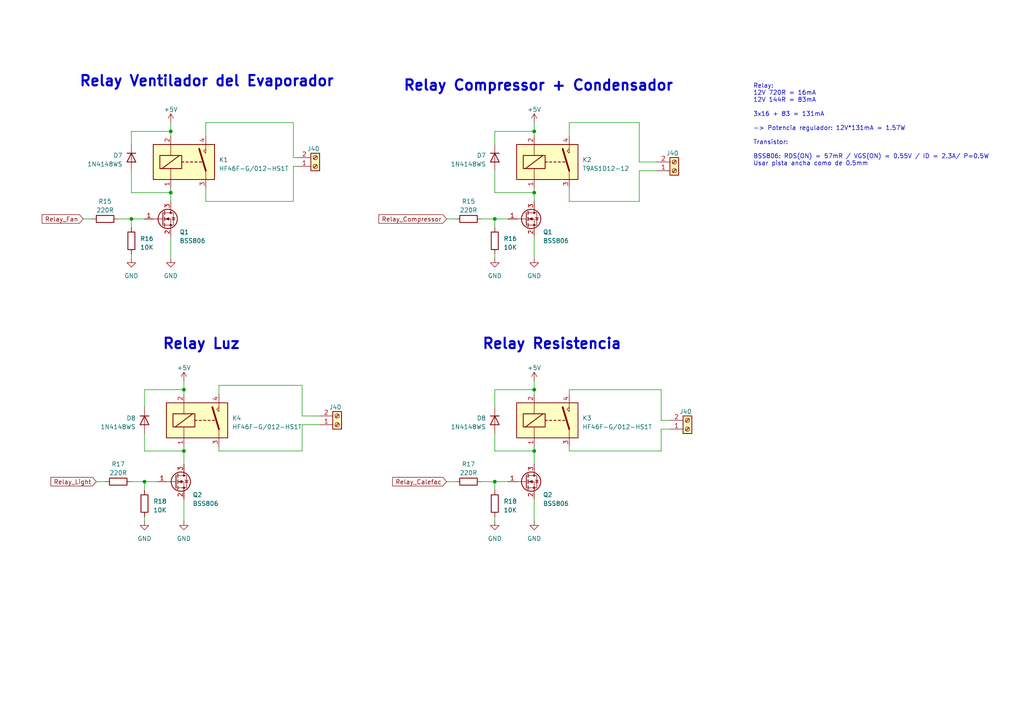
<source format=kicad_sch>
(kicad_sch (version 20230121) (generator eeschema)
  (paper "A4")
  (lib_symbols
    (symbol "1-Relay:Relay_HONGFA_SPST-NO_20.5x7x15.3mm"
      (property "Reference" "K" (at -7.62 6.35 0))
      (property "Value" "HF46F-G/012-HS1T" (at 0 0 0))
      (symbol "Relay_HONGFA_SPST-NO_20.5x7x15.3mm_0_0"
        (polyline (pts (xy 6.35 5.08) (xy 6.35 2.54) (xy 5.715 3.175) (xy 6.35 3.81)))
      )
      (symbol "Relay_HONGFA_SPST-NO_20.5x7x15.3mm_0_1"
        (rectangle (start -8.89 5.08) (end 8.89 -5.08) (stroke (width 0.254)) (fill (type background)))
        (rectangle (start -6.985 1.905) (end -0.635 -1.905) (stroke (width 0.254)))
        (polyline (pts (xy -6.35 -1.905) (xy -1.27 1.905)) (stroke (width 0.254)))
        (polyline (pts (xy -3.81 -5.08) (xy -3.81 -1.905)))
        (polyline (pts (xy -3.81 5.08) (xy -3.81 1.905)))
        (polyline (pts (xy -0.635 0) (xy 0 0)) (stroke (width 0.254)))
        (polyline (pts (xy 0.635 0) (xy 1.27 0)) (stroke (width 0.254)))
        (polyline (pts (xy 1.905 0) (xy 2.54 0)) (stroke (width 0.254)))
        (polyline (pts (xy 3.175 0) (xy 3.81 0)) (stroke (width 0.254)))
        (polyline (pts (xy 4.445 0) (xy 5.08 0)) (stroke (width 0.254)))
        (polyline (pts (xy 6.35 -2.54) (xy 4.445 3.81)) (stroke (width 0.508)))
        (polyline (pts (xy 6.35 -2.54) (xy 6.35 -5.08)))
      )
      (symbol "Relay_HONGFA_SPST-NO_20.5x7x15.3mm_1_1"
        (pin passive line (at -3.81 -7.62 90) (length 2.54) (name "~") (number "1"))
        (pin passive line (at -3.81 7.62 270) (length 2.54) (name "~") (number "2"))
        (pin passive line (at 6.35 -7.62 90) (length 2.54) (name "~") (number "3"))
        (pin passive line (at 6.35 7.62 270) (length 2.54) (name "~") (number "4"))
      )
    )
    (symbol "1-Relay:Relay_TE_SPST-NO_32.5x27.4x27.9mm"
      (property "Reference" "K" (at -8.89 6.35 0))
      (property "Value" "T9AS1D12-12" (at 0 0 0))
      (symbol "Relay_TE_SPST-NO_32.5x27.4x27.9mm_0_0"
        (polyline (pts (xy 6.35 5.08) (xy 6.35 2.54) (xy 5.715 3.175) (xy 6.35 3.81)))
      )
      (symbol "Relay_TE_SPST-NO_32.5x27.4x27.9mm_0_1"
        (rectangle (start -8.89 5.08) (end 8.89 -5.08) (stroke (width 0.254)) (fill (type background)))
        (rectangle (start -6.985 1.905) (end -0.635 -1.905) (stroke (width 0.254)))
        (polyline (pts (xy -6.35 -1.905) (xy -1.27 1.905)) (stroke (width 0.254)))
        (polyline (pts (xy -3.81 -5.08) (xy -3.81 -1.905)))
        (polyline (pts (xy -3.81 5.08) (xy -3.81 1.905)))
        (polyline (pts (xy -0.635 0) (xy 0 0)) (stroke (width 0.254)))
        (polyline (pts (xy 0.635 0) (xy 1.27 0)) (stroke (width 0.254)))
        (polyline (pts (xy 1.905 0) (xy 2.54 0)) (stroke (width 0.254)))
        (polyline (pts (xy 3.175 0) (xy 3.81 0)) (stroke (width 0.254)))
        (polyline (pts (xy 4.445 0) (xy 5.08 0)) (stroke (width 0.254)))
        (polyline (pts (xy 6.35 -2.54) (xy 4.445 3.81)) (stroke (width 0.508)))
        (polyline (pts (xy 6.35 -2.54) (xy 6.35 -5.08)))
      )
      (symbol "Relay_TE_SPST-NO_32.5x27.4x27.9mm_1_1"
        (pin passive line (at -3.81 -7.62 90) (length 2.54) (name "~") (number "1"))
        (pin passive line (at -3.81 7.62 270) (length 2.54) (name "~") (number "2"))
        (pin passive line (at 6.35 -7.62 90) (length 2.54) (name "~") (number "3"))
        (pin passive line (at 6.35 7.62 270) (length 2.54) (name "~") (number "4"))
      )
    )
    (symbol "1-Resistor:R_0805" (pin_numbers hide) (pin_names (offset 0))
      (property "Reference" "R" (at 2.032 0 90))
      (property "Value" "R_0805" (at -2.54 0 90))
      (symbol "R_0805_0_1"
        (rectangle (start -1.016 -2.54) (end 1.016 2.54) (stroke (width 0.254)))
      )
      (symbol "R_0805_1_1"
        (pin passive line (at 0 3.81 270) (length 1.27) (name "~") (number "1"))
        (pin passive line (at 0 -3.81 90) (length 1.27) (name "~") (number "2"))
      )
    )
    (symbol "1-Terminal-Block:DG504-5.08-02P" (pin_names (offset 1.016) hide)
      (property "Reference" "J" (at 0 2.54 0))
      (property "Value" "Screw_Terminal_01x02" (at 0 -5.08 0))
      (symbol "DG504-5.08-02P_1_1"
        (rectangle (start -1.27 1.27) (end 1.27 -3.81) (stroke (width 0.254)) (fill (type background)))
        (circle (center 0 -2.54) (radius 0.635) (stroke (width 0.1524)))
        (polyline (pts (xy -0.5334 -2.2098) (xy 0.3302 -3.048)) (stroke (width 0.1524)))
        (polyline (pts (xy -0.5334 0.3302) (xy 0.3302 -0.508)) (stroke (width 0.1524)))
        (polyline (pts (xy -0.3556 -2.032) (xy 0.508 -2.8702)) (stroke (width 0.1524)))
        (polyline (pts (xy -0.3556 0.508) (xy 0.508 -0.3302)) (stroke (width 0.1524)))
        (circle (center 0 0) (radius 0.635) (stroke (width 0.1524)))
        (pin passive line (at -5.08 0 0) (length 3.81) (name "Pin_1") (number "1"))
        (pin passive line (at -5.08 -2.54 0) (length 3.81) (name "Pin_2") (number "2"))
      )
    )
    (symbol "Diode:1N4148WS" (pin_numbers hide) (pin_names hide)
      (property "Reference" "D" (at 0 2.54 0))
      (property "Value" "1N4148WS" (at 0 -2.54 0))
      (symbol "1N4148WS_0_1"
        (polyline (pts (xy -1.27 1.27) (xy -1.27 -1.27)) (stroke (width 0.254)))
        (polyline (pts (xy 1.27 0) (xy -1.27 0)))
        (polyline (pts (xy 1.27 1.27) (xy 1.27 -1.27) (xy -1.27 0) (xy 1.27 1.27)) (stroke (width 0.254)))
      )
      (symbol "1N4148WS_1_1"
        (pin passive line (at -3.81 0 0) (length 2.54) (name "K") (number "1"))
        (pin passive line (at 3.81 0 180) (length 2.54) (name "A") (number "2"))
      )
    )
    (symbol "Transistor_FET:BSS123" (pin_names hide)
      (property "Reference" "Q" (at 5.08 1.905 0))
      (property "Value" "BSS123" (at 5.08 0 0))
      (symbol "BSS123_0_1"
        (polyline (pts (xy 0.254 0) (xy -2.54 0)))
        (polyline (pts (xy 0.254 1.905) (xy 0.254 -1.905)) (stroke (width 0.254)))
        (polyline (pts (xy 0.762 -1.27) (xy 0.762 -2.286)) (stroke (width 0.254)))
        (polyline (pts (xy 0.762 0.508) (xy 0.762 -0.508)) (stroke (width 0.254)))
        (polyline (pts (xy 0.762 2.286) (xy 0.762 1.27)) (stroke (width 0.254)))
        (polyline (pts (xy 2.54 2.54) (xy 2.54 1.778)))
        (polyline (pts (xy 2.54 -2.54) (xy 2.54 0) (xy 0.762 0)))
        (polyline (pts (xy 0.762 -1.778) (xy 3.302 -1.778) (xy 3.302 1.778) (xy 0.762 1.778)))
        (polyline (pts (xy 1.016 0) (xy 2.032 0.381) (xy 2.032 -0.381) (xy 1.016 0)) (fill (type outline)))
        (polyline (pts (xy 2.794 0.508) (xy 2.921 0.381) (xy 3.683 0.381) (xy 3.81 0.254)))
        (polyline (pts (xy 3.302 0.381) (xy 2.921 -0.254) (xy 3.683 -0.254) (xy 3.302 0.381)))
        (circle (center 1.651 0) (radius 2.794) (stroke (width 0.254)))
        (circle (center 2.54 -1.778) (radius 0.254) (fill (type outline)))
        (circle (center 2.54 1.778) (radius 0.254) (fill (type outline)))
      )
      (symbol "BSS123_1_1"
        (pin input line (at -5.08 0 0) (length 2.54) (name "G") (number "1"))
        (pin passive line (at 2.54 -5.08 90) (length 2.54) (name "S") (number "2"))
        (pin passive line (at 2.54 5.08 270) (length 2.54) (name "D") (number "3"))
      )
    )
    (symbol "power:+5V" (power) (pin_names (offset 0))
      (property "Value" "+5V" (at 0 3.556 0))
      (symbol "+5V_0_1"
        (polyline (pts (xy -0.762 1.27) (xy 0 2.54)))
        (polyline (pts (xy 0 0) (xy 0 2.54)))
        (polyline (pts (xy 0 2.54) (xy 0.762 1.27)))
      )
      (symbol "+5V_1_1"
        (pin power_in line (at 0 0 90) (length 0) hide (name "+5V") (number "1"))
      )
    )
    (symbol "power:GND" (power) (pin_names (offset 0))
      (property "Value" "GND" (at 0 -3.81 0))
      (symbol "GND_0_1"
        (polyline (pts (xy 0 0) (xy 0 -1.27) (xy 1.27 -1.27) (xy 0 -2.54) (xy -1.27 -1.27) (xy 0 -1.27)))
      )
      (symbol "GND_1_1"
        (pin power_in line (at 0 0 270) (length 0) hide (name "GND") (number "1"))
      )
    )
  )
  (junction (at 53.34 130.81))
  (junction (at 154.94 130.81))
  (junction (at 41.91 139.7))
  (junction (at 154.94 55.88))
  (junction (at 38.1 63.5))
  (junction (at 154.94 113.03))
  (junction (at 143.51 63.5))
  (junction (at 143.51 139.7))
  (junction (at 154.94 38.1))
  (junction (at 53.34 113.03))
  (junction (at 49.53 55.88))
  (junction (at 49.53 38.1))
  (wire (pts (xy 129.54 63.5) (xy 132.08 63.5)))
  (wire (pts (xy 129.54 139.7) (xy 132.08 139.7)))
  (wire (pts (xy 63.5 130.81) (xy 87.63 130.81)))
  (wire (pts (xy 86.36 48.26) (xy 85.09 48.26)))
  (wire (pts (xy 87.63 120.65) (xy 87.63 111.76)))
  (wire (pts (xy 87.63 123.19) (xy 87.63 130.81)))
  (wire (pts (xy 165.1 129.54) (xy 165.1 130.81)))
  (wire (pts (xy 143.51 63.5) (xy 147.32 63.5)))
  (wire (pts (xy 38.1 63.5) (xy 38.1 66.04)))
  (wire (pts (xy 24.13 63.5) (xy 26.67 63.5)))
  (wire (pts (xy 194.31 124.46) (xy 191.77 124.46)))
  (wire (pts (xy 59.69 39.37) (xy 59.69 35.56)))
  (wire (pts (xy 41.91 125.73) (xy 41.91 130.81)))
  (wire (pts (xy 87.63 120.65) (xy 92.71 120.65)))
  (wire (pts (xy 165.1 35.56) (xy 185.42 35.56)))
  (wire (pts (xy 41.91 113.03) (xy 41.91 118.11)))
  (wire (pts (xy 165.1 113.03) (xy 191.77 113.03)))
  (wire (pts (xy 154.94 129.54) (xy 154.94 130.81)))
  (wire (pts (xy 190.5 49.53) (xy 185.42 49.53)))
  (wire (pts (xy 38.1 55.88) (xy 49.53 55.88)))
  (wire (pts (xy 38.1 73.66) (xy 38.1 74.93)))
  (wire (pts (xy 41.91 130.81) (xy 53.34 130.81)))
  (wire (pts (xy 53.34 144.78) (xy 53.34 151.13)))
  (wire (pts (xy 53.34 130.81) (xy 53.34 134.62)))
  (wire (pts (xy 139.7 63.5) (xy 143.51 63.5)))
  (wire (pts (xy 49.53 54.61) (xy 49.53 55.88)))
  (wire (pts (xy 53.34 129.54) (xy 53.34 130.81)))
  (wire (pts (xy 143.51 139.7) (xy 143.51 142.24)))
  (wire (pts (xy 34.29 63.5) (xy 38.1 63.5)))
  (wire (pts (xy 38.1 63.5) (xy 41.91 63.5)))
  (wire (pts (xy 49.53 35.56) (xy 49.53 38.1)))
  (wire (pts (xy 154.94 35.56) (xy 154.94 38.1)))
  (wire (pts (xy 49.53 55.88) (xy 49.53 58.42)))
  (wire (pts (xy 59.69 58.42) (xy 85.09 58.42)))
  (wire (pts (xy 165.1 113.03) (xy 165.1 114.3)))
  (wire (pts (xy 194.31 121.92) (xy 191.77 121.92)))
  (wire (pts (xy 143.51 55.88) (xy 154.94 55.88)))
  (wire (pts (xy 139.7 139.7) (xy 143.51 139.7)))
  (wire (pts (xy 190.5 46.99) (xy 185.42 46.99)))
  (wire (pts (xy 86.36 45.72) (xy 85.09 45.72)))
  (wire (pts (xy 41.91 139.7) (xy 45.72 139.7)))
  (wire (pts (xy 165.1 39.37) (xy 165.1 35.56)))
  (wire (pts (xy 185.42 49.53) (xy 185.42 58.42)))
  (wire (pts (xy 49.53 38.1) (xy 49.53 39.37)))
  (wire (pts (xy 41.91 113.03) (xy 53.34 113.03)))
  (wire (pts (xy 154.94 54.61) (xy 154.94 55.88)))
  (wire (pts (xy 191.77 121.92) (xy 191.77 113.03)))
  (wire (pts (xy 154.94 144.78) (xy 154.94 151.13)))
  (wire (pts (xy 143.51 38.1) (xy 154.94 38.1)))
  (wire (pts (xy 85.09 45.72) (xy 85.09 35.56)))
  (wire (pts (xy 165.1 58.42) (xy 165.1 54.61)))
  (wire (pts (xy 85.09 48.26) (xy 85.09 58.42)))
  (wire (pts (xy 154.94 130.81) (xy 154.94 134.62)))
  (wire (pts (xy 143.51 63.5) (xy 143.51 66.04)))
  (wire (pts (xy 143.51 125.73) (xy 143.51 130.81)))
  (wire (pts (xy 154.94 113.03) (xy 154.94 114.3)))
  (wire (pts (xy 143.51 139.7) (xy 147.32 139.7)))
  (wire (pts (xy 53.34 113.03) (xy 53.34 114.3)))
  (wire (pts (xy 41.91 149.86) (xy 41.91 151.13)))
  (wire (pts (xy 59.69 35.56) (xy 85.09 35.56)))
  (wire (pts (xy 38.1 38.1) (xy 49.53 38.1)))
  (wire (pts (xy 41.91 139.7) (xy 41.91 142.24)))
  (wire (pts (xy 143.51 113.03) (xy 143.51 118.11)))
  (wire (pts (xy 165.1 130.81) (xy 191.77 130.81)))
  (wire (pts (xy 87.63 111.76) (xy 63.5 111.76)))
  (wire (pts (xy 87.63 123.19) (xy 92.71 123.19)))
  (wire (pts (xy 143.51 38.1) (xy 143.51 41.91)))
  (wire (pts (xy 38.1 49.53) (xy 38.1 55.88)))
  (wire (pts (xy 154.94 68.58) (xy 154.94 74.93)))
  (wire (pts (xy 154.94 55.88) (xy 154.94 58.42)))
  (wire (pts (xy 143.51 73.66) (xy 143.51 74.93)))
  (wire (pts (xy 38.1 38.1) (xy 38.1 41.91)))
  (wire (pts (xy 63.5 129.54) (xy 63.5 130.81)))
  (wire (pts (xy 154.94 110.49) (xy 154.94 113.03)))
  (wire (pts (xy 143.51 130.81) (xy 154.94 130.81)))
  (wire (pts (xy 143.51 113.03) (xy 154.94 113.03)))
  (wire (pts (xy 154.94 38.1) (xy 154.94 39.37)))
  (wire (pts (xy 185.42 58.42) (xy 165.1 58.42)))
  (wire (pts (xy 38.1 139.7) (xy 41.91 139.7)))
  (wire (pts (xy 143.51 149.86) (xy 143.51 151.13)))
  (wire (pts (xy 143.51 49.53) (xy 143.51 55.88)))
  (wire (pts (xy 59.69 58.42) (xy 59.69 54.61)))
  (wire (pts (xy 53.34 110.49) (xy 53.34 113.03)))
  (wire (pts (xy 27.94 139.7) (xy 30.48 139.7)))
  (wire (pts (xy 49.53 68.58) (xy 49.53 74.93)))
  (wire (pts (xy 191.77 124.46) (xy 191.77 130.81)))
  (wire (pts (xy 63.5 111.76) (xy 63.5 114.3)))
  (wire (pts (xy 185.42 35.56) (xy 185.42 46.99)))
  (text "Relay Ventilador del Evaporador" (at 22.86 25.4 0) (effects (font (size 3 3) (thickness 0.6) bold) (justify left bottom)))
  (text "Relay Compressor + Condensador" (at 116.84 26.67 0) (effects (font (size 3 3) (thickness 0.6) bold) (justify left bottom)))
  (text "Relay Resistencia" (at 139.7 101.6 0) (effects (font (size 3 3) (thickness 0.6) bold) (justify left bottom)))
  (text "Relay Luz" (at 46.99 101.6 0) (effects (font (size 3 3) (thickness 0.6) bold) (justify left bottom)))
  (text "Relay:\n12V 720R = 16mA\n12V 144R = 83mA\n\n3x16 + 83 = 131mA\n\n-> Potencia regulador: 12V*131mA = 1.57W\n\nTransistor:\n\nBSS806: RDS(ON) = 57mR / VGS(ON) = 0.55V / ID = 2.3A/ P=0.5W\nUsar pista ancha como de 0.5mm" (at 218.44 48.26 0) (effects (font (size 1.27 1.27)) (justify left bottom)))
  (global_label "Relay_Calefac" (shape input) (at 129.54 139.7 180) (property "Intersheetrefs" "${INTERSHEET_REFS}" (effects hide)))
  (global_label "Relay_Compressor" (shape input) (at 129.54 63.5 180) (property "Intersheetrefs" "${INTERSHEET_REFS}" (effects hide)))
  (global_label "Relay_Fan" (shape input) (at 24.13 63.5 180) (property "Intersheetrefs" "${INTERSHEET_REFS}" (effects hide)))
  (global_label "Relay_Light" (shape input) (at 27.94 139.7 180) (property "Intersheetrefs" "${INTERSHEET_REFS}" (effects hide)))
  (symbol (lib_id "power:GND") (at 53.34 151.13 0) (unit 1)
    (property "Reference" "#PWR033" (effects hide))
    (property "Value" "GND" (at 53.34 156.21 0))
    (instances (project "Medidor_Digital_Doble_FUENTE" (path "" (reference "#PWR033") (unit 1))) (project "ConsorcioMedico_Refrigeradora" (path "" (reference "#PWR068") (unit 1)) (path "" (reference "#PWR071") (unit 1))))
  )
  (symbol (lib_id "1-Terminal-Block:DG504-5.08-02P") (at 91.44 48.26 0) (mirror x) (unit 1)
    (property "Reference" "J40" (at 92.71 43.18 0) (effects (justify right)))
    (property "Value" "Screw_Terminal_01x02" (effects hide))
    (property "Footprint" "1-Terminal-Block:DG504-5.08-02P_or_SMKDS 2,5-2-5.08" (effects hide))
    (instances (project "STM32_Esterilizador" (path "" (reference "J40") (unit 1))) (project "Controlador_Esterilizador_PCB" (path "" (reference "J?") (unit 1)) (path "" (reference "J?") (unit 1))) (project "ConsorcioMedico_Refrigeradora" (path "" (reference "J17") (unit 1)) (path "" (reference "J8") (unit 1))))
  )
  (symbol (lib_id "Diode:1N4148WS") (at 38.1 45.72 270) (unit 1)
    (property "Reference" "D7" (at 35.56 45.085 90) (effects (justify right)))
    (property "Value" "1N4148WS" (at 35.56 47.625 90) (effects (justify right)))
    (property "Footprint" "Diode_SMD:D_SOD-323" (effects hide))
    (property "Datasheet" "https://www.vishay.com/docs/85751/1n4148ws.pdf" (effects hide))
    (property "Sim.Device" "D" (effects hide))
    (property "Sim.Pins" "1=K 2=A" (effects hide))
    (instances (project "Medidor_Digital_Doble_FUENTE" (path "" (reference "D7") (unit 1))) (project "ConsorcioMedico_Refrigeradora" (path "" (reference "D4") (unit 1)) (path "" (reference "D4") (unit 1))))
  )
  (symbol (lib_id "power:GND") (at 154.94 74.93 0) (unit 1)
    (property "Reference" "#PWR029" (effects hide))
    (property "Value" "GND" (at 154.94 80.01 0))
    (instances (project "Medidor_Digital_Doble_FUENTE" (path "" (reference "#PWR029") (unit 1))) (project "ConsorcioMedico_Refrigeradora" (path "" (reference "#PWR064") (unit 1)) (path "" (reference "#PWR064") (unit 1))))
  )
  (symbol (lib_id "1-Relay:Relay_TE_SPST-NO_32.5x27.4x27.9mm") (at 158.75 46.99 0) (unit 1)
    (property "Reference" "K2" (at 168.91 46.355 0) (effects (justify left)))
    (property "Value" "T9AS1D12-12" (at 168.91 48.895 0) (effects (justify left)))
    (property "Footprint" "1-Relay:Relay_TE-Connectivity_SPST-NO_32.5x27.4x27.9mm" (effects hide))
    (property "Datasheet" "https://www.tme.com/Document/f5ff3a4d400a11a6130f9375843af7c0/t9a.pdf" (effects hide))
  )
  (symbol (lib_id "1-Relay:Relay_HONGFA_SPST-NO_20.5x7x15.3mm") (at 57.15 121.92 0) (unit 1)
    (property "Reference" "K4" (at 67.31 121.285 0) (effects (justify left)))
    (property "Value" "HF46F-G/012-HS1T" (at 67.31 123.825 0) (effects (justify left)))
    (property "Footprint" "1-Relay:Relay_HONGFA_SPST-NO_20.5x7x15.3mm" (effects hide))
    (property "Datasheet" "https://www.tme.com/Document/e2f2ff47554e667ee07646027334e3df/HF46F-G_en.pdf" (effects hide))
    (instances (project "ConsorcioMedico_Refrigeradora" (path "" (reference "K4") (unit 1)) (path "" (reference "K3") (unit 1))))
  )
  (symbol (lib_id "1-Resistor:R_0805") (at 143.51 69.85 180) (unit 1)
    (property "Reference" "R16" (at 146.05 69.215 0) (effects (justify right)))
    (property "Value" "10K" (at 146.05 71.755 0) (effects (justify right)))
    (property "Footprint" "1-Resistor:R_0805_2012Metric" (effects hide))
    (instances (project "Medidor_Digital_Doble_FUENTE" (path "" (reference "R16") (unit 1))) (project "ConsorcioMedico_Refrigeradora" (path "" (reference "R34") (unit 1)) (path "" (reference "R34") (unit 1))))
  )
  (symbol (lib_id "1-Resistor:R_0805") (at 41.91 146.05 180) (unit 1)
    (property "Reference" "R18" (at 44.45 145.415 0) (effects (justify right)))
    (property "Value" "10K" (at 44.45 147.955 0) (effects (justify right)))
    (property "Footprint" "1-Resistor:R_0805_2012Metric" (effects hide))
    (instances (project "Medidor_Digital_Doble_FUENTE" (path "" (reference "R18") (unit 1))) (project "ConsorcioMedico_Refrigeradora" (path "" (reference "R39") (unit 1)) (path "" (reference "R40") (unit 1))))
  )
  (symbol (lib_id "1-Relay:Relay_HONGFA_SPST-NO_20.5x7x15.3mm") (at 158.75 121.92 0) (unit 1)
    (property "Reference" "K3" (at 168.91 121.285 0) (effects (justify left)))
    (property "Value" "HF46F-G/012-HS1T" (at 168.91 123.825 0) (effects (justify left)))
    (property "Footprint" "1-Relay:Relay_HONGFA_SPST-NO_20.5x7x15.3mm" (effects hide))
    (property "Datasheet" "https://www.tme.com/Document/e2f2ff47554e667ee07646027334e3df/HF46F-G_en.pdf" (effects hide))
    (instances (project "ConsorcioMedico_Refrigeradora" (path "" (reference "K3") (unit 1)) (path "" (reference "K4") (unit 1))))
  )
  (symbol (lib_id "Diode:1N4148WS") (at 41.91 121.92 90) (mirror x) (unit 1)
    (property "Reference" "D8" (at 39.37 121.285 90) (effects (justify left)))
    (property "Value" "1N4148WS" (at 39.37 123.825 90) (effects (justify left)))
    (property "Footprint" "Diode_SMD:D_SOD-323" (effects hide))
    (property "Datasheet" "https://www.vishay.com/docs/85751/1n4148ws.pdf" (effects hide))
    (property "Sim.Device" "D" (effects hide))
    (property "Sim.Pins" "1=K 2=A" (effects hide))
    (instances (project "Medidor_Digital_Doble_FUENTE" (path "" (reference "D8") (unit 1))) (project "ConsorcioMedico_Refrigeradora" (path "" (reference "D5") (unit 1)) (path "" (reference "D6") (unit 1))))
  )
  (symbol (lib_id "1-Resistor:R_0805") (at 135.89 139.7 90) (unit 1)
    (property "Reference" "R17" (at 135.89 134.62 90))
    (property "Value" "220R" (at 135.89 137.16 90))
    (property "Footprint" "1-Resistor:R_0805_2012Metric" (effects hide))
    (instances (project "Medidor_Digital_Doble_FUENTE" (path "" (reference "R17") (unit 1))) (project "ConsorcioMedico_Refrigeradora" (path "" (reference "R40") (unit 1)) (path "" (reference "R39") (unit 1))))
  )
  (symbol (lib_id "Diode:1N4148WS") (at 143.51 121.92 90) (mirror x) (unit 1)
    (property "Reference" "D8" (at 140.97 121.285 90) (effects (justify left)))
    (property "Value" "1N4148WS" (at 140.97 123.825 90) (effects (justify left)))
    (property "Footprint" "Diode_SMD:D_SOD-323" (effects hide))
    (property "Datasheet" "https://www.vishay.com/docs/85751/1n4148ws.pdf" (effects hide))
    (property "Sim.Device" "D" (effects hide))
    (property "Sim.Pins" "1=K 2=A" (effects hide))
    (instances (project "Medidor_Digital_Doble_FUENTE" (path "" (reference "D8") (unit 1))) (project "ConsorcioMedico_Refrigeradora" (path "" (reference "D10") (unit 1)) (path "" (reference "D10") (unit 1))))
  )
  (symbol (lib_id "power:GND") (at 41.91 151.13 0) (unit 1)
    (property "Reference" "#PWR031" (effects hide))
    (property "Value" "GND" (at 41.91 156.21 0))
    (instances (project "Medidor_Digital_Doble_FUENTE" (path "" (reference "#PWR031") (unit 1))) (project "ConsorcioMedico_Refrigeradora" (path "" (reference "#PWR067") (unit 1)) (path "" (reference "#PWR068") (unit 1))))
  )
  (symbol (lib_id "1-Resistor:R_0805") (at 34.29 139.7 90) (unit 1)
    (property "Reference" "R17" (at 34.29 134.62 90))
    (property "Value" "220R" (at 34.29 137.16 90))
    (property "Footprint" "1-Resistor:R_0805_2012Metric" (effects hide))
    (instances (project "Medidor_Digital_Doble_FUENTE" (path "" (reference "R17") (unit 1))) (project "ConsorcioMedico_Refrigeradora" (path "" (reference "R37") (unit 1)) (path "" (reference "R37") (unit 1))))
  )
  (symbol (lib_id "1-Resistor:R_0805") (at 143.51 146.05 180) (unit 1)
    (property "Reference" "R18" (at 146.05 145.415 0) (effects (justify right)))
    (property "Value" "10K" (at 146.05 147.955 0) (effects (justify right)))
    (property "Footprint" "1-Resistor:R_0805_2012Metric" (effects hide))
    (instances (project "Medidor_Digital_Doble_FUENTE" (path "" (reference "R18") (unit 1))) (project "ConsorcioMedico_Refrigeradora" (path "" (reference "R41") (unit 1)) (path "" (reference "R41") (unit 1))))
  )
  (symbol (lib_id "power:+5V") (at 53.34 110.49 0) (mirror y) (unit 1)
    (property "Reference" "#PWR032" (effects hide))
    (property "Value" "+5V" (at 53.34 106.68 0))
    (instances (project "Medidor_Digital_Doble_FUENTE" (path "" (reference "#PWR032") (unit 1))) (project "ConsorcioMedico_Refrigeradora" (path "" (reference "#PWR065") (unit 1)) (path "" (reference "#PWR065") (unit 1))))
  )
  (symbol (lib_id "Diode:1N4148WS") (at 143.51 45.72 270) (unit 1)
    (property "Reference" "D7" (at 140.97 45.085 90) (effects (justify right)))
    (property "Value" "1N4148WS" (at 140.97 47.625 90) (effects (justify right)))
    (property "Footprint" "Diode_SMD:D_SOD-323" (effects hide))
    (property "Datasheet" "https://www.vishay.com/docs/85751/1n4148ws.pdf" (effects hide))
    (property "Sim.Device" "D" (effects hide))
    (property "Sim.Pins" "1=K 2=A" (effects hide))
    (instances (project "Medidor_Digital_Doble_FUENTE" (path "" (reference "D7") (unit 1))) (project "ConsorcioMedico_Refrigeradora" (path "" (reference "D6") (unit 1)) (path "" (reference "D5") (unit 1))))
  )
  (symbol (lib_id "1-Terminal-Block:DG504-5.08-02P") (at 97.79 123.19 0) (mirror x) (unit 1)
    (property "Reference" "J40" (at 99.06 118.11 0) (effects (justify right)))
    (property "Value" "Screw_Terminal_01x02" (effects hide))
    (property "Footprint" "1-Terminal-Block:DG504-5.08-02P_or_SMKDS 2,5-2-5.08" (effects hide))
    (instances (project "STM32_Esterilizador" (path "" (reference "J40") (unit 1))) (project "Controlador_Esterilizador_PCB" (path "" (reference "J?") (unit 1)) (path "" (reference "J?") (unit 1))) (project "ConsorcioMedico_Refrigeradora" (path "" (reference "J17") (unit 1)) (path "" (reference "J19") (unit 1))))
  )
  (symbol (lib_id "Transistor_FET:BSS123") (at 46.99 63.5 0) (unit 1)
    (property "Reference" "Q1" (at 52.07 67.31 0) (effects (justify left)))
    (property "Value" "BSS806" (at 52.07 69.85 0) (effects (justify left)))
    (property "Footprint" "Package_TO_SOT_SMD:SOT-23" (effects hide))
    (property "Datasheet" "http://www.diodes.com/assets/Datasheets/ds30366.pdf" (effects hide))
    (instances (project "Medidor_Digital_Doble_FUENTE" (path "" (reference "Q1") (unit 1))) (project "ConsorcioMedico_Refrigeradora" (path "" (reference "Q5") (unit 1)) (path "" (reference "Q5") (unit 1))))
  )
  (symbol (lib_id "Transistor_FET:BSS123") (at 152.4 63.5 0) (unit 1)
    (property "Reference" "Q1" (at 157.48 67.31 0) (effects (justify left)))
    (property "Value" "BSS806" (at 157.48 69.85 0) (effects (justify left)))
    (property "Footprint" "Package_TO_SOT_SMD:SOT-23" (effects hide))
    (property "Datasheet" "http://www.diodes.com/assets/Datasheets/ds30366.pdf" (effects hide))
    (instances (project "Medidor_Digital_Doble_FUENTE" (path "" (reference "Q1") (unit 1))) (project "ConsorcioMedico_Refrigeradora" (path "" (reference "Q7") (unit 1)) (path "" (reference "Q6") (unit 1))))
  )
  (symbol (lib_id "power:+5V") (at 154.94 35.56 0) (mirror y) (unit 1)
    (property "Reference" "#PWR028" (effects hide))
    (property "Value" "+5V" (at 154.94 31.75 0))
    (instances (project "Medidor_Digital_Doble_FUENTE" (path "" (reference "#PWR028") (unit 1))) (project "ConsorcioMedico_Refrigeradora" (path "" (reference "#PWR059") (unit 1)) (path "" (reference "#PWR060") (unit 1))))
  )
  (symbol (lib_id "1-Resistor:R_0805") (at 135.89 63.5 90) (unit 1)
    (property "Reference" "R15" (at 135.89 58.42 90))
    (property "Value" "220R" (at 135.89 60.96 90))
    (property "Footprint" "1-Resistor:R_0805_2012Metric" (effects hide))
    (instances (project "Medidor_Digital_Doble_FUENTE" (path "" (reference "R15") (unit 1))) (project "ConsorcioMedico_Refrigeradora" (path "" (reference "R32") (unit 1)) (path "" (reference "R32") (unit 1))))
  )
  (symbol (lib_id "Transistor_FET:BSS123") (at 152.4 139.7 0) (unit 1)
    (property "Reference" "Q2" (at 157.48 143.51 0) (effects (justify left)))
    (property "Value" "BSS806" (at 157.48 146.05 0) (effects (justify left)))
    (property "Footprint" "Package_TO_SOT_SMD:SOT-23" (effects hide))
    (property "Datasheet" "http://www.diodes.com/assets/Datasheets/ds30366.pdf" (effects hide))
    (instances (project "Medidor_Digital_Doble_FUENTE" (path "" (reference "Q2") (unit 1))) (project "ConsorcioMedico_Refrigeradora" (path "" (reference "Q8") (unit 1)) (path "" (reference "Q8") (unit 1))))
  )
  (symbol (lib_id "1-Terminal-Block:DG504-5.08-02P") (at 199.39 124.46 0) (mirror x) (unit 1)
    (property "Reference" "J40" (at 200.66 119.38 0) (effects (justify right)))
    (property "Value" "Screw_Terminal_01x02" (effects hide))
    (property "Footprint" "1-Terminal-Block:DG504-5.08-02P_or_SMKDS 2,5-2-5.08" (effects hide))
    (instances (project "STM32_Esterilizador" (path "" (reference "J40") (unit 1))) (project "Controlador_Esterilizador_PCB" (path "" (reference "J?") (unit 1)) (path "" (reference "J?") (unit 1))) (project "ConsorcioMedico_Refrigeradora" (path "" (reference "J17") (unit 1)) (path "" (reference "J10") (unit 1))))
  )
  (symbol (lib_id "power:GND") (at 49.53 74.93 0) (unit 1)
    (property "Reference" "#PWR029" (effects hide))
    (property "Value" "GND" (at 49.53 80.01 0))
    (instances (project "Medidor_Digital_Doble_FUENTE" (path "" (reference "#PWR029") (unit 1))) (project "ConsorcioMedico_Refrigeradora" (path "" (reference "#PWR062") (unit 1)) (path "" (reference "#PWR062") (unit 1))))
  )
  (symbol (lib_id "1-Terminal-Block:DG504-5.08-02P") (at 195.58 49.53 0) (mirror x) (unit 1)
    (property "Reference" "J40" (at 196.85 44.45 0) (effects (justify right)))
    (property "Value" "Screw_Terminal_01x02" (effects hide))
    (property "Footprint" "1-Terminal-Block:DG504-5.08-02P_or_SMKDS 2,5-2-5.08" (effects hide))
    (instances (project "STM32_Esterilizador" (path "" (reference "J40") (unit 1))) (project "Controlador_Esterilizador_PCB" (path "" (reference "J?") (unit 1)) (path "" (reference "J?") (unit 1))) (project "ConsorcioMedico_Refrigeradora" (path "" (reference "J17") (unit 1)) (path "" (reference "J9") (unit 1))))
  )
  (symbol (lib_id "power:GND") (at 143.51 151.13 0) (unit 1)
    (property "Reference" "#PWR031" (effects hide))
    (property "Value" "GND" (at 143.51 156.21 0))
    (instances (project "Medidor_Digital_Doble_FUENTE" (path "" (reference "#PWR031") (unit 1))) (project "ConsorcioMedico_Refrigeradora" (path "" (reference "#PWR072") (unit 1)) (path "" (reference "#PWR072") (unit 1))))
  )
  (symbol (lib_id "1-Resistor:R_0805") (at 30.48 63.5 90) (unit 1)
    (property "Reference" "R15" (at 30.48 58.42 90))
    (property "Value" "220R" (at 30.48 60.96 90))
    (property "Footprint" "1-Resistor:R_0805_2012Metric" (effects hide))
    (instances (project "Medidor_Digital_Doble_FUENTE" (path "" (reference "R15") (unit 1))) (project "ConsorcioMedico_Refrigeradora" (path "" (reference "R31") (unit 1)) (path "" (reference "R31") (unit 1))))
  )
  (symbol (lib_id "power:GND") (at 143.51 74.93 0) (unit 1)
    (property "Reference" "#PWR030" (effects hide))
    (property "Value" "GND" (at 143.51 80.01 0))
    (instances (project "Medidor_Digital_Doble_FUENTE" (path "" (reference "#PWR030") (unit 1))) (project "ConsorcioMedico_Refrigeradora" (path "" (reference "#PWR063") (unit 1)) (path "" (reference "#PWR063") (unit 1))))
  )
  (symbol (lib_id "1-Relay:Relay_HONGFA_SPST-NO_20.5x7x15.3mm") (at 53.34 46.99 0) (unit 1)
    (property "Reference" "K1" (at 63.5 46.355 0) (effects (justify left)))
    (property "Value" "HF46F-G/012-HS1T" (at 63.5 48.895 0) (effects (justify left)))
    (property "Footprint" "1-Relay:Relay_HONGFA_SPST-NO_20.5x7x15.3mm" (effects hide))
    (property "Datasheet" "https://www.tme.com/Document/e2f2ff47554e667ee07646027334e3df/HF46F-G_en.pdf" (effects hide))
  )
  (symbol (lib_id "Transistor_FET:BSS123") (at 50.8 139.7 0) (unit 1)
    (property "Reference" "Q2" (at 55.88 143.51 0) (effects (justify left)))
    (property "Value" "BSS806" (at 55.88 146.05 0) (effects (justify left)))
    (property "Footprint" "Package_TO_SOT_SMD:SOT-23" (effects hide))
    (property "Datasheet" "http://www.diodes.com/assets/Datasheets/ds30366.pdf" (effects hide))
    (instances (project "Medidor_Digital_Doble_FUENTE" (path "" (reference "Q2") (unit 1))) (project "ConsorcioMedico_Refrigeradora" (path "" (reference "Q6") (unit 1)) (path "" (reference "Q7") (unit 1))))
  )
  (symbol (lib_id "power:+5V") (at 154.94 110.49 0) (mirror y) (unit 1)
    (property "Reference" "#PWR032" (effects hide))
    (property "Value" "+5V" (at 154.94 106.68 0))
    (instances (project "Medidor_Digital_Doble_FUENTE" (path "" (reference "#PWR032") (unit 1))) (project "ConsorcioMedico_Refrigeradora" (path "" (reference "#PWR071") (unit 1)) (path "" (reference "#PWR067") (unit 1))))
  )
  (symbol (lib_id "power:GND") (at 38.1 74.93 0) (unit 1)
    (property "Reference" "#PWR030" (effects hide))
    (property "Value" "GND" (at 38.1 80.01 0))
    (instances (project "Medidor_Digital_Doble_FUENTE" (path "" (reference "#PWR030") (unit 1))) (project "ConsorcioMedico_Refrigeradora" (path "" (reference "#PWR061") (unit 1)) (path "" (reference "#PWR061") (unit 1))))
  )
  (symbol (lib_id "power:+5V") (at 49.53 35.56 0) (mirror y) (unit 1)
    (property "Reference" "#PWR028" (effects hide))
    (property "Value" "+5V" (at 49.53 31.75 0))
    (instances (project "Medidor_Digital_Doble_FUENTE" (path "" (reference "#PWR028") (unit 1))) (project "ConsorcioMedico_Refrigeradora" (path "" (reference "#PWR060") (unit 1)) (path "" (reference "#PWR059") (unit 1))))
  )
  (symbol (lib_id "power:GND") (at 154.94 151.13 0) (unit 1)
    (property "Reference" "#PWR033" (effects hide))
    (property "Value" "GND" (at 154.94 156.21 0))
    (instances (project "Medidor_Digital_Doble_FUENTE" (path "" (reference "#PWR033") (unit 1))) (project "ConsorcioMedico_Refrigeradora" (path "" (reference "#PWR073") (unit 1)) (path "" (reference "#PWR073") (unit 1))))
  )
  (symbol (lib_id "1-Resistor:R_0805") (at 38.1 69.85 180) (unit 1)
    (property "Reference" "R16" (at 40.64 69.215 0) (effects (justify right)))
    (property "Value" "10K" (at 40.64 71.755 0) (effects (justify right)))
    (property "Footprint" "1-Resistor:R_0805_2012Metric" (effects hide))
    (instances (project "Medidor_Digital_Doble_FUENTE" (path "" (reference "R16") (unit 1))) (project "ConsorcioMedico_Refrigeradora" (path "" (reference "R33") (unit 1)) (path "" (reference "R33") (unit 1))))
  )
)
</source>
